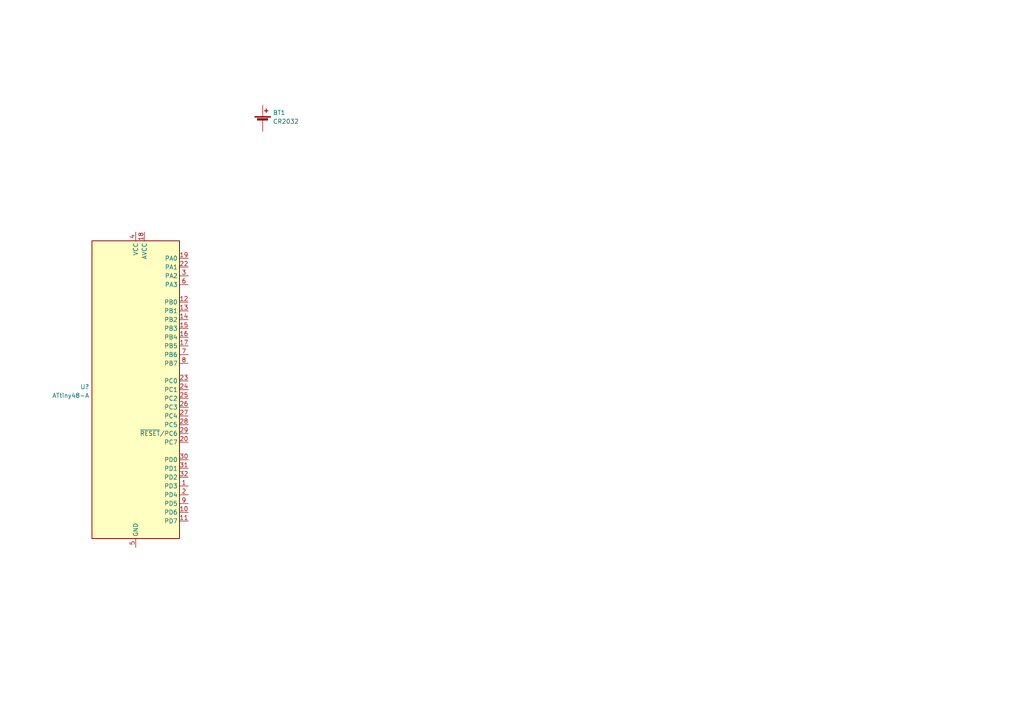
<source format=kicad_sch>
(kicad_sch (version 20211123) (generator eeschema)
  (paper "A4")
  (lib_symbols
    (symbol "Device:Battery_Cell" (pin_numbers hide) (pin_names (offset 0) hide)
      (property "Reference" "BT" (at 2.54 2.54 0))
      (property "Value" "Battery_Cell" (at 2.54 0 0))
      (symbol "Battery_Cell_0_1"
        (rectangle (start -2.286 1.778) (end 2.286 1.524) (fill (type outline)))
        (rectangle (start -1.5748 1.1938) (end 1.4732 0.6858) (fill (type outline)))
        (polyline (pts (xy 0 0.762) (xy 0 0)))
        (polyline (pts (xy 0 1.778) (xy 0 2.54)))
        (polyline (pts (xy 0.508 3.429) (xy 1.524 3.429)) (stroke (width 0.254)))
        (polyline (pts (xy 1.016 3.937) (xy 1.016 2.921)) (stroke (width 0.254)))
      )
      (symbol "Battery_Cell_1_1"
        (pin passive line (at 0 5.08 270) (length 2.54) (name "+") (number "1"))
        (pin passive line (at 0 -2.54 90) (length 2.54) (name "-") (number "2"))
      )
    )
    (symbol "MCU_Microchip_ATtiny:ATtiny48-A"
      (property "Reference" "U" (at -12.7 44.45 0))
      (property "Value" "ATtiny48-A" (at 2.54 -44.45 0))
      (symbol "ATtiny48-A_0_1"
        (rectangle (start -12.7 -43.18) (end 12.7 43.18) (stroke (width 0.254)) (fill (type background)))
      )
      (symbol "ATtiny48-A_1_1"
        (pin bidirectional line (at 15.24 -27.94 180) (length 2.54) (name "PD3") (number "1"))
        (pin bidirectional line (at 15.24 -35.56 180) (length 2.54) (name "PD6") (number "10"))
        (pin bidirectional line (at 15.24 -38.1 180) (length 2.54) (name "PD7") (number "11"))
        (pin bidirectional line (at 15.24 25.4 180) (length 2.54) (name "PB0") (number "12"))
        (pin bidirectional line (at 15.24 22.86 180) (length 2.54) (name "PB1") (number "13"))
        (pin bidirectional line (at 15.24 20.32 180) (length 2.54) (name "PB2") (number "14"))
        (pin bidirectional line (at 15.24 17.78 180) (length 2.54) (name "PB3") (number "15"))
        (pin bidirectional line (at 15.24 15.24 180) (length 2.54) (name "PB4") (number "16"))
        (pin bidirectional line (at 15.24 12.7 180) (length 2.54) (name "PB5") (number "17"))
        (pin power_in line (at 2.54 45.72 270) (length 2.54) (name "AVCC") (number "18"))
        (pin bidirectional line (at 15.24 38.1 180) (length 2.54) (name "PA0") (number "19"))
        (pin bidirectional line (at 15.24 -30.48 180) (length 2.54) (name "PD4") (number "2"))
        (pin bidirectional line (at 15.24 -15.24 180) (length 2.54) (name "PC7") (number "20"))
        (pin passive line (at 0 -45.72 90) (length 2.54) hide (name "GND") (number "21"))
        (pin bidirectional line (at 15.24 35.56 180) (length 2.54) (name "PA1") (number "22"))
        (pin bidirectional line (at 15.24 2.54 180) (length 2.54) (name "PC0") (number "23"))
        (pin bidirectional line (at 15.24 0 180) (length 2.54) (name "PC1") (number "24"))
        (pin bidirectional line (at 15.24 -2.54 180) (length 2.54) (name "PC2") (number "25"))
        (pin bidirectional line (at 15.24 -5.08 180) (length 2.54) (name "PC3") (number "26"))
        (pin bidirectional line (at 15.24 -7.62 180) (length 2.54) (name "PC4") (number "27"))
        (pin bidirectional line (at 15.24 -10.16 180) (length 2.54) (name "PC5") (number "28"))
        (pin bidirectional line (at 15.24 -12.7 180) (length 2.54) (name "~{RESET}/PC6") (number "29"))
        (pin bidirectional line (at 15.24 33.02 180) (length 2.54) (name "PA2") (number "3"))
        (pin bidirectional line (at 15.24 -20.32 180) (length 2.54) (name "PD0") (number "30"))
        (pin bidirectional line (at 15.24 -22.86 180) (length 2.54) (name "PD1") (number "31"))
        (pin bidirectional line (at 15.24 -25.4 180) (length 2.54) (name "PD2") (number "32"))
        (pin power_in line (at 0 45.72 270) (length 2.54) (name "VCC") (number "4"))
        (pin power_in line (at 0 -45.72 90) (length 2.54) (name "GND") (number "5"))
        (pin bidirectional line (at 15.24 30.48 180) (length 2.54) (name "PA3") (number "6"))
        (pin bidirectional line (at 15.24 10.16 180) (length 2.54) (name "PB6") (number "7"))
        (pin bidirectional line (at 15.24 7.62 180) (length 2.54) (name "PB7") (number "8"))
        (pin bidirectional line (at 15.24 -33.02 180) (length 2.54) (name "PD5") (number "9"))
      )
    )
  )
  (symbol (lib_id "MCU_Microchip_ATtiny:ATtiny48-A") (at 39.37 113.03 0) (unit 1)
    (property "Reference" "U?" (at 25.9081 112.1953 0) (effects (justify right)))
    (property "Value" "ATtiny48-A" (at 25.9081 114.7322 0) (effects (justify right)))
    (property "Footprint" "Package_QFP:TQFP-32_7x7mm_P0.8mm" (effects hide))
    (property "Datasheet" "http://ww1.microchip.com/downloads/en/DeviceDoc/doc8008.pdf" (effects hide))
  )
  (symbol (lib_id "Device:Battery_Cell") (at 76.2 35.56 0) (unit 1)
    (property "Reference" "BT1" (at 79.121 32.6933 0) (effects (justify left)))
    (property "Value" "CR2032" (at 79.121 35.2302 0) (effects (justify left)))
    (property "Footprint" "Battery:BatteryHolder_Keystone_3002_1x2032" (effects hide))
  )
)
</source>
